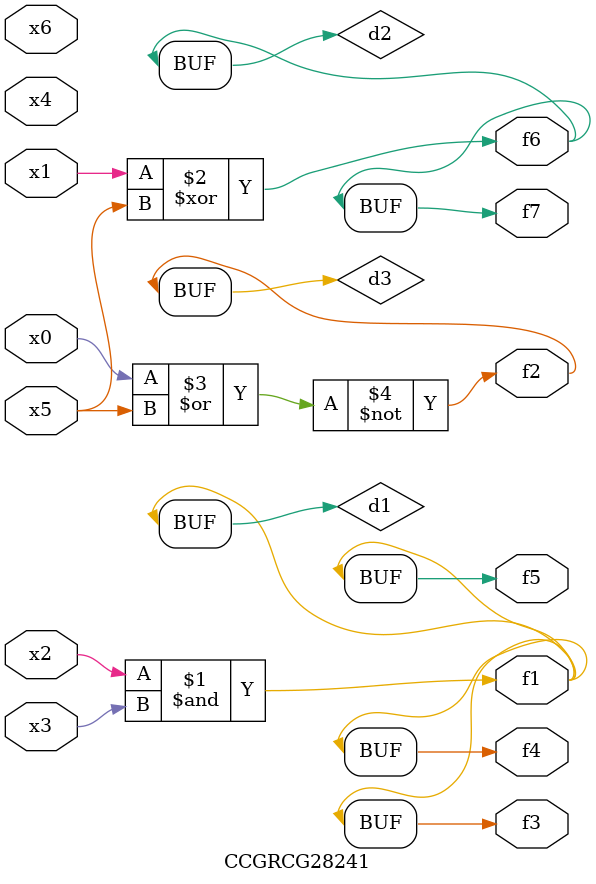
<source format=v>
module CCGRCG28241(
	input x0, x1, x2, x3, x4, x5, x6,
	output f1, f2, f3, f4, f5, f6, f7
);

	wire d1, d2, d3;

	and (d1, x2, x3);
	xor (d2, x1, x5);
	nor (d3, x0, x5);
	assign f1 = d1;
	assign f2 = d3;
	assign f3 = d1;
	assign f4 = d1;
	assign f5 = d1;
	assign f6 = d2;
	assign f7 = d2;
endmodule

</source>
